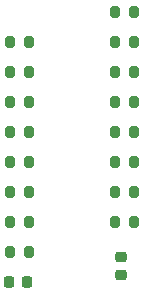
<source format=gbp>
%TF.GenerationSoftware,KiCad,Pcbnew,(6.0.0)*%
%TF.CreationDate,2022-03-13T18:37:57-04:00*%
%TF.ProjectId,buffer PCB,62756666-6572-4205-9043-422e6b696361,rev?*%
%TF.SameCoordinates,Original*%
%TF.FileFunction,Paste,Bot*%
%TF.FilePolarity,Positive*%
%FSLAX46Y46*%
G04 Gerber Fmt 4.6, Leading zero omitted, Abs format (unit mm)*
G04 Created by KiCad (PCBNEW (6.0.0)) date 2022-03-13 18:37:57*
%MOMM*%
%LPD*%
G01*
G04 APERTURE LIST*
G04 Aperture macros list*
%AMRoundRect*
0 Rectangle with rounded corners*
0 $1 Rounding radius*
0 $2 $3 $4 $5 $6 $7 $8 $9 X,Y pos of 4 corners*
0 Add a 4 corners polygon primitive as box body*
4,1,4,$2,$3,$4,$5,$6,$7,$8,$9,$2,$3,0*
0 Add four circle primitives for the rounded corners*
1,1,$1+$1,$2,$3*
1,1,$1+$1,$4,$5*
1,1,$1+$1,$6,$7*
1,1,$1+$1,$8,$9*
0 Add four rect primitives between the rounded corners*
20,1,$1+$1,$2,$3,$4,$5,0*
20,1,$1+$1,$4,$5,$6,$7,0*
20,1,$1+$1,$6,$7,$8,$9,0*
20,1,$1+$1,$8,$9,$2,$3,0*%
G04 Aperture macros list end*
%ADD10RoundRect,0.200000X-0.200000X-0.275000X0.200000X-0.275000X0.200000X0.275000X-0.200000X0.275000X0*%
%ADD11RoundRect,0.200000X0.200000X0.275000X-0.200000X0.275000X-0.200000X-0.275000X0.200000X-0.275000X0*%
%ADD12RoundRect,0.225000X0.225000X0.250000X-0.225000X0.250000X-0.225000X-0.250000X0.225000X-0.250000X0*%
%ADD13RoundRect,0.225000X0.250000X-0.225000X0.250000X0.225000X-0.250000X0.225000X-0.250000X-0.225000X0*%
G04 APERTURE END LIST*
D10*
%TO.C,R7*%
X123000000Y-91440000D03*
X124650000Y-91440000D03*
%TD*%
D11*
%TO.C,R9*%
X115760000Y-109220000D03*
X114110000Y-109220000D03*
%TD*%
%TO.C,R12*%
X115760000Y-101600000D03*
X114110000Y-101600000D03*
%TD*%
D10*
%TO.C,R2*%
X123000000Y-104140000D03*
X124650000Y-104140000D03*
%TD*%
D11*
%TO.C,R13*%
X115760000Y-99060000D03*
X114110000Y-99060000D03*
%TD*%
D10*
%TO.C,R8*%
X123000000Y-88900000D03*
X124650000Y-88900000D03*
%TD*%
D11*
%TO.C,R10*%
X115760000Y-106680000D03*
X114110000Y-106680000D03*
%TD*%
D12*
%TO.C,C1*%
X115557600Y-111785400D03*
X114007600Y-111785400D03*
%TD*%
D10*
%TO.C,R5*%
X123000000Y-96520000D03*
X124650000Y-96520000D03*
%TD*%
D11*
%TO.C,R15*%
X115760000Y-93980000D03*
X114110000Y-93980000D03*
%TD*%
D13*
%TO.C,C2*%
X123545600Y-111163400D03*
X123545600Y-109613400D03*
%TD*%
D10*
%TO.C,R6*%
X123000000Y-93980000D03*
X124650000Y-93980000D03*
%TD*%
D11*
%TO.C,R11*%
X115760000Y-104140000D03*
X114110000Y-104140000D03*
%TD*%
D10*
%TO.C,R1*%
X123000000Y-106680000D03*
X124650000Y-106680000D03*
%TD*%
D11*
%TO.C,R14*%
X115760000Y-96520000D03*
X114110000Y-96520000D03*
%TD*%
%TO.C,R16*%
X115760000Y-91440000D03*
X114110000Y-91440000D03*
%TD*%
D10*
%TO.C,R4*%
X123000000Y-99060000D03*
X124650000Y-99060000D03*
%TD*%
%TO.C,R3*%
X123000000Y-101600000D03*
X124650000Y-101600000D03*
%TD*%
M02*

</source>
